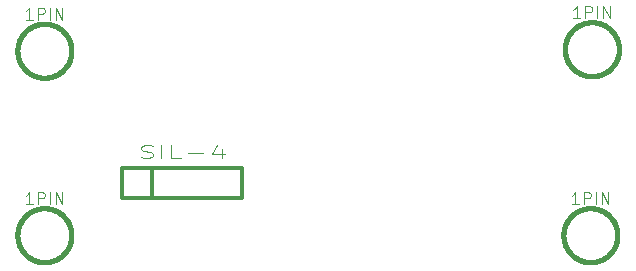
<source format=gto>
G04 ( created by brdgerber.py ( brdgerber.py v0.1 2014-03-12 ) ) date 2020-04-13 11:59:20 EDT*
G04 Gerber Fmt 3.4, Leading zero omitted, Abs format*
%MOIN*%
%FSLAX34Y34*%
G01*
G70*
G90*
G04 APERTURE LIST*
%ADD12R,0.0550X0.0550*%
%ADD15C,0.1600*%
%ADD14C,0.0120*%
%ADD11C,0.0000*%
%ADD10C,0.0787*%
%ADD16C,0.0150*%
%ADD13C,0.0550*%
%ADD17C,0.0200*%
G04 APERTURE END LIST*
G54D12*
D14*
G01X-06100Y00150D02*
G01X-06100Y00150D01*
D14*
G01X-06100Y-00850D02*
G01X-06100Y00150D01*
D14*
G01X-06100Y00150D02*
G01X-06100Y00150D01*
D14*
G01X-06100Y00150D02*
G01X-02100Y00150D01*
D14*
G01X-02100Y00150D02*
G01X-02100Y-00850D01*
D14*
G01X-02100Y-00850D02*
G01X-06100Y-00850D01*
D14*
G01X-05100Y-00850D02*
G01X-05100Y00150D01*
D11*
G01X-05482Y00497D02*
G01X-05385Y00477D01*
G01X-05222Y00477D01*
G01X-05157Y00497D01*
G01X-05124Y00518D01*
G01X-05092Y00558D01*
G01X-05092Y00599D01*
G01X-05124Y00640D01*
G01X-05157Y00660D01*
G01X-05222Y00681D01*
G01X-05352Y00701D01*
G01X-05417Y00721D01*
G01X-05450Y00742D01*
G01X-05482Y00782D01*
G01X-05482Y00823D01*
G01X-05450Y00864D01*
G01X-05417Y00884D01*
G01X-05352Y00905D01*
G01X-05190Y00905D01*
G01X-05092Y00884D01*
D11*
G01X-04799Y00477D02*
G01X-04799Y00905D01*
D11*
G01X-04149Y00477D02*
G01X-04474Y00477D01*
G01X-04474Y00905D01*
D11*
G01X-03921Y00640D02*
G01X-03401Y00640D01*
D11*
G01X-02783Y00762D02*
G01X-02783Y00477D01*
D11*
G01X-02945Y00925D02*
G01X-03108Y00619D01*
G01X-02685Y00619D01*
D16*
G01X-07800Y04050D02*
G01X-07800Y04050D01*
G01X-07800Y04072D01*
G01X-07801Y04094D01*
G01X-07802Y04116D01*
G01X-07804Y04138D01*
G01X-07807Y04160D01*
G01X-07810Y04182D01*
G01X-07813Y04204D01*
G01X-07817Y04226D01*
G01X-07822Y04247D01*
G01X-07827Y04269D01*
G01X-07833Y04290D01*
G01X-07839Y04311D01*
G01X-07845Y04332D01*
G01X-07853Y04353D01*
G01X-07860Y04374D01*
G01X-07869Y04394D01*
G01X-07877Y04415D01*
G01X-07886Y04435D01*
G01X-07896Y04455D01*
G01X-07906Y04474D01*
G01X-07917Y04494D01*
G01X-07928Y04513D01*
G01X-07940Y04531D01*
G01X-07952Y04550D01*
G01X-07964Y04568D01*
G01X-07977Y04586D01*
G01X-07990Y04604D01*
G01X-08004Y04621D01*
G01X-08019Y04638D01*
G01X-08033Y04654D01*
G01X-08048Y04671D01*
G01X-08064Y04686D01*
G01X-08079Y04702D01*
G01X-08096Y04717D01*
G01X-08112Y04731D01*
G01X-08129Y04746D01*
G01X-08146Y04760D01*
G01X-08164Y04773D01*
G01X-08182Y04786D01*
G01X-08200Y04798D01*
G01X-08219Y04810D01*
G01X-08237Y04822D01*
G01X-08256Y04833D01*
G01X-08276Y04844D01*
G01X-08295Y04854D01*
G01X-08315Y04864D01*
G01X-08335Y04873D01*
G01X-08356Y04881D01*
G01X-08376Y04890D01*
G01X-08397Y04897D01*
G01X-08418Y04905D01*
G01X-08439Y04911D01*
G01X-08460Y04917D01*
G01X-08481Y04923D01*
G01X-08503Y04928D01*
G01X-08524Y04933D01*
G01X-08546Y04937D01*
G01X-08568Y04940D01*
G01X-08590Y04943D01*
G01X-08612Y04946D01*
G01X-08634Y04948D01*
G01X-08656Y04949D01*
G01X-08678Y04950D01*
G01X-08700Y04950D01*
G01X-08722Y04950D01*
G01X-08744Y04949D01*
G01X-08766Y04948D01*
G01X-08788Y04946D01*
G01X-08810Y04943D01*
G01X-08832Y04940D01*
G01X-08854Y04937D01*
G01X-08876Y04933D01*
G01X-08897Y04928D01*
G01X-08919Y04923D01*
G01X-08940Y04917D01*
G01X-08961Y04911D01*
G01X-08982Y04905D01*
G01X-09003Y04897D01*
G01X-09024Y04890D01*
G01X-09044Y04881D01*
G01X-09065Y04873D01*
G01X-09085Y04864D01*
G01X-09105Y04854D01*
G01X-09124Y04844D01*
G01X-09144Y04833D01*
G01X-09163Y04822D01*
G01X-09181Y04810D01*
G01X-09200Y04798D01*
G01X-09218Y04786D01*
G01X-09236Y04773D01*
G01X-09254Y04760D01*
G01X-09271Y04746D01*
G01X-09288Y04731D01*
G01X-09304Y04717D01*
G01X-09321Y04702D01*
G01X-09336Y04686D01*
G01X-09352Y04671D01*
G01X-09367Y04654D01*
G01X-09381Y04638D01*
G01X-09396Y04621D01*
G01X-09410Y04604D01*
G01X-09423Y04586D01*
G01X-09436Y04568D01*
G01X-09448Y04550D01*
G01X-09460Y04531D01*
G01X-09472Y04513D01*
G01X-09483Y04494D01*
G01X-09494Y04474D01*
G01X-09504Y04455D01*
G01X-09514Y04435D01*
G01X-09523Y04415D01*
G01X-09531Y04394D01*
G01X-09540Y04374D01*
G01X-09547Y04353D01*
G01X-09555Y04332D01*
G01X-09561Y04311D01*
G01X-09567Y04290D01*
G01X-09573Y04269D01*
G01X-09578Y04247D01*
G01X-09583Y04226D01*
G01X-09587Y04204D01*
G01X-09590Y04182D01*
G01X-09593Y04160D01*
G01X-09596Y04138D01*
G01X-09598Y04116D01*
G01X-09599Y04094D01*
G01X-09600Y04072D01*
G01X-09600Y04050D01*
G01X-09600Y04028D01*
G01X-09599Y04006D01*
G01X-09598Y03984D01*
G01X-09596Y03962D01*
G01X-09593Y03940D01*
G01X-09590Y03918D01*
G01X-09587Y03896D01*
G01X-09583Y03874D01*
G01X-09578Y03853D01*
G01X-09573Y03831D01*
G01X-09567Y03810D01*
G01X-09561Y03789D01*
G01X-09555Y03768D01*
G01X-09547Y03747D01*
G01X-09540Y03726D01*
G01X-09531Y03706D01*
G01X-09523Y03685D01*
G01X-09514Y03665D01*
G01X-09504Y03645D01*
G01X-09494Y03626D01*
G01X-09483Y03606D01*
G01X-09472Y03587D01*
G01X-09460Y03569D01*
G01X-09448Y03550D01*
G01X-09436Y03532D01*
G01X-09423Y03514D01*
G01X-09410Y03496D01*
G01X-09396Y03479D01*
G01X-09381Y03462D01*
G01X-09367Y03446D01*
G01X-09352Y03429D01*
G01X-09336Y03414D01*
G01X-09321Y03398D01*
G01X-09304Y03383D01*
G01X-09288Y03369D01*
G01X-09271Y03354D01*
G01X-09254Y03340D01*
G01X-09236Y03327D01*
G01X-09218Y03314D01*
G01X-09200Y03302D01*
G01X-09181Y03290D01*
G01X-09163Y03278D01*
G01X-09144Y03267D01*
G01X-09124Y03256D01*
G01X-09105Y03246D01*
G01X-09085Y03236D01*
G01X-09065Y03227D01*
G01X-09044Y03219D01*
G01X-09024Y03210D01*
G01X-09003Y03203D01*
G01X-08982Y03195D01*
G01X-08961Y03189D01*
G01X-08940Y03183D01*
G01X-08919Y03177D01*
G01X-08897Y03172D01*
G01X-08876Y03167D01*
G01X-08854Y03163D01*
G01X-08832Y03160D01*
G01X-08810Y03157D01*
G01X-08788Y03154D01*
G01X-08766Y03152D01*
G01X-08744Y03151D01*
G01X-08722Y03150D01*
G01X-08700Y03150D01*
G01X-08678Y03150D01*
G01X-08656Y03151D01*
G01X-08634Y03152D01*
G01X-08612Y03154D01*
G01X-08590Y03157D01*
G01X-08568Y03160D01*
G01X-08546Y03163D01*
G01X-08524Y03167D01*
G01X-08503Y03172D01*
G01X-08481Y03177D01*
G01X-08460Y03183D01*
G01X-08439Y03189D01*
G01X-08418Y03195D01*
G01X-08397Y03203D01*
G01X-08376Y03210D01*
G01X-08356Y03219D01*
G01X-08335Y03227D01*
G01X-08315Y03236D01*
G01X-08295Y03246D01*
G01X-08276Y03256D01*
G01X-08256Y03267D01*
G01X-08237Y03278D01*
G01X-08219Y03290D01*
G01X-08200Y03302D01*
G01X-08182Y03314D01*
G01X-08164Y03327D01*
G01X-08146Y03340D01*
G01X-08129Y03354D01*
G01X-08112Y03369D01*
G01X-08096Y03383D01*
G01X-08079Y03398D01*
G01X-08064Y03414D01*
G01X-08048Y03429D01*
G01X-08033Y03446D01*
G01X-08019Y03462D01*
G01X-08004Y03479D01*
G01X-07990Y03496D01*
G01X-07977Y03514D01*
G01X-07964Y03532D01*
G01X-07952Y03550D01*
G01X-07940Y03569D01*
G01X-07928Y03587D01*
G01X-07917Y03606D01*
G01X-07906Y03626D01*
G01X-07896Y03645D01*
G01X-07886Y03665D01*
G01X-07877Y03685D01*
G01X-07869Y03706D01*
G01X-07860Y03726D01*
G01X-07853Y03747D01*
G01X-07845Y03768D01*
G01X-07839Y03789D01*
G01X-07833Y03810D01*
G01X-07827Y03831D01*
G01X-07822Y03853D01*
G01X-07817Y03874D01*
G01X-07813Y03896D01*
G01X-07810Y03918D01*
G01X-07807Y03940D01*
G01X-07804Y03962D01*
G01X-07802Y03984D01*
G01X-07801Y04006D01*
G01X-07800Y04028D01*
G01X-07800Y04050D01*
D11*
G01X-09090Y05088D02*
G01X-09319Y05088D01*
D11*
G01X-09205Y05088D02*
G01X-09205Y05488D01*
G01X-09243Y05431D01*
G01X-09281Y05393D01*
G01X-09319Y05374D01*
D11*
G01X-08919Y05088D02*
G01X-08919Y05488D01*
G01X-08767Y05488D01*
G01X-08729Y05469D01*
G01X-08710Y05450D01*
G01X-08690Y05412D01*
G01X-08690Y05355D01*
G01X-08710Y05317D01*
G01X-08729Y05298D01*
G01X-08767Y05279D01*
G01X-08919Y05279D01*
D11*
G01X-08519Y05088D02*
G01X-08519Y05488D01*
D11*
G01X-08329Y05088D02*
G01X-08329Y05488D01*
G01X-08100Y05088D01*
G01X-08100Y05488D01*
D16*
G01X10450Y04100D02*
G01X10450Y04100D01*
G01X10450Y04122D01*
G01X10449Y04144D01*
G01X10448Y04166D01*
G01X10446Y04188D01*
G01X10443Y04210D01*
G01X10440Y04232D01*
G01X10437Y04254D01*
G01X10433Y04276D01*
G01X10428Y04297D01*
G01X10423Y04319D01*
G01X10417Y04340D01*
G01X10411Y04361D01*
G01X10405Y04382D01*
G01X10397Y04403D01*
G01X10390Y04424D01*
G01X10381Y04444D01*
G01X10373Y04465D01*
G01X10364Y04485D01*
G01X10354Y04505D01*
G01X10344Y04524D01*
G01X10333Y04544D01*
G01X10322Y04563D01*
G01X10310Y04581D01*
G01X10298Y04600D01*
G01X10286Y04618D01*
G01X10273Y04636D01*
G01X10260Y04654D01*
G01X10246Y04671D01*
G01X10231Y04688D01*
G01X10217Y04704D01*
G01X10202Y04721D01*
G01X10186Y04736D01*
G01X10171Y04752D01*
G01X10154Y04767D01*
G01X10138Y04781D01*
G01X10121Y04796D01*
G01X10104Y04810D01*
G01X10086Y04823D01*
G01X10068Y04836D01*
G01X10050Y04848D01*
G01X10031Y04860D01*
G01X10013Y04872D01*
G01X09994Y04883D01*
G01X09974Y04894D01*
G01X09955Y04904D01*
G01X09935Y04914D01*
G01X09915Y04923D01*
G01X09894Y04931D01*
G01X09874Y04940D01*
G01X09853Y04947D01*
G01X09832Y04955D01*
G01X09811Y04961D01*
G01X09790Y04967D01*
G01X09769Y04973D01*
G01X09747Y04978D01*
G01X09726Y04983D01*
G01X09704Y04987D01*
G01X09682Y04990D01*
G01X09660Y04993D01*
G01X09638Y04996D01*
G01X09616Y04998D01*
G01X09594Y04999D01*
G01X09572Y05000D01*
G01X09550Y05000D01*
G01X09528Y05000D01*
G01X09506Y04999D01*
G01X09484Y04998D01*
G01X09462Y04996D01*
G01X09440Y04993D01*
G01X09418Y04990D01*
G01X09396Y04987D01*
G01X09374Y04983D01*
G01X09353Y04978D01*
G01X09331Y04973D01*
G01X09310Y04967D01*
G01X09289Y04961D01*
G01X09268Y04955D01*
G01X09247Y04947D01*
G01X09226Y04940D01*
G01X09206Y04931D01*
G01X09185Y04923D01*
G01X09165Y04914D01*
G01X09145Y04904D01*
G01X09126Y04894D01*
G01X09106Y04883D01*
G01X09087Y04872D01*
G01X09069Y04860D01*
G01X09050Y04848D01*
G01X09032Y04836D01*
G01X09014Y04823D01*
G01X08996Y04810D01*
G01X08979Y04796D01*
G01X08962Y04781D01*
G01X08946Y04767D01*
G01X08929Y04752D01*
G01X08914Y04736D01*
G01X08898Y04721D01*
G01X08883Y04704D01*
G01X08869Y04688D01*
G01X08854Y04671D01*
G01X08840Y04654D01*
G01X08827Y04636D01*
G01X08814Y04618D01*
G01X08802Y04600D01*
G01X08790Y04581D01*
G01X08778Y04563D01*
G01X08767Y04544D01*
G01X08756Y04524D01*
G01X08746Y04505D01*
G01X08736Y04485D01*
G01X08727Y04465D01*
G01X08719Y04444D01*
G01X08710Y04424D01*
G01X08703Y04403D01*
G01X08695Y04382D01*
G01X08689Y04361D01*
G01X08683Y04340D01*
G01X08677Y04319D01*
G01X08672Y04297D01*
G01X08667Y04276D01*
G01X08663Y04254D01*
G01X08660Y04232D01*
G01X08657Y04210D01*
G01X08654Y04188D01*
G01X08652Y04166D01*
G01X08651Y04144D01*
G01X08650Y04122D01*
G01X08650Y04100D01*
G01X08650Y04078D01*
G01X08651Y04056D01*
G01X08652Y04034D01*
G01X08654Y04012D01*
G01X08657Y03990D01*
G01X08660Y03968D01*
G01X08663Y03946D01*
G01X08667Y03924D01*
G01X08672Y03903D01*
G01X08677Y03881D01*
G01X08683Y03860D01*
G01X08689Y03839D01*
G01X08695Y03818D01*
G01X08703Y03797D01*
G01X08710Y03776D01*
G01X08719Y03756D01*
G01X08727Y03735D01*
G01X08736Y03715D01*
G01X08746Y03695D01*
G01X08756Y03676D01*
G01X08767Y03656D01*
G01X08778Y03637D01*
G01X08790Y03619D01*
G01X08802Y03600D01*
G01X08814Y03582D01*
G01X08827Y03564D01*
G01X08840Y03546D01*
G01X08854Y03529D01*
G01X08869Y03512D01*
G01X08883Y03496D01*
G01X08898Y03479D01*
G01X08914Y03464D01*
G01X08929Y03448D01*
G01X08946Y03433D01*
G01X08962Y03419D01*
G01X08979Y03404D01*
G01X08996Y03390D01*
G01X09014Y03377D01*
G01X09032Y03364D01*
G01X09050Y03352D01*
G01X09069Y03340D01*
G01X09087Y03328D01*
G01X09106Y03317D01*
G01X09126Y03306D01*
G01X09145Y03296D01*
G01X09165Y03286D01*
G01X09185Y03277D01*
G01X09206Y03269D01*
G01X09226Y03260D01*
G01X09247Y03253D01*
G01X09268Y03245D01*
G01X09289Y03239D01*
G01X09310Y03233D01*
G01X09331Y03227D01*
G01X09353Y03222D01*
G01X09374Y03217D01*
G01X09396Y03213D01*
G01X09418Y03210D01*
G01X09440Y03207D01*
G01X09462Y03204D01*
G01X09484Y03202D01*
G01X09506Y03201D01*
G01X09528Y03200D01*
G01X09550Y03200D01*
G01X09572Y03200D01*
G01X09594Y03201D01*
G01X09616Y03202D01*
G01X09638Y03204D01*
G01X09660Y03207D01*
G01X09682Y03210D01*
G01X09704Y03213D01*
G01X09726Y03217D01*
G01X09747Y03222D01*
G01X09769Y03227D01*
G01X09790Y03233D01*
G01X09811Y03239D01*
G01X09832Y03245D01*
G01X09853Y03253D01*
G01X09874Y03260D01*
G01X09894Y03269D01*
G01X09915Y03277D01*
G01X09935Y03286D01*
G01X09955Y03296D01*
G01X09974Y03306D01*
G01X09994Y03317D01*
G01X10013Y03328D01*
G01X10031Y03340D01*
G01X10050Y03352D01*
G01X10068Y03364D01*
G01X10086Y03377D01*
G01X10104Y03390D01*
G01X10121Y03404D01*
G01X10138Y03419D01*
G01X10154Y03433D01*
G01X10171Y03448D01*
G01X10186Y03464D01*
G01X10202Y03479D01*
G01X10217Y03496D01*
G01X10231Y03512D01*
G01X10246Y03529D01*
G01X10260Y03546D01*
G01X10273Y03564D01*
G01X10286Y03582D01*
G01X10298Y03600D01*
G01X10310Y03619D01*
G01X10322Y03637D01*
G01X10333Y03656D01*
G01X10344Y03676D01*
G01X10354Y03695D01*
G01X10364Y03715D01*
G01X10373Y03735D01*
G01X10381Y03756D01*
G01X10390Y03776D01*
G01X10397Y03797D01*
G01X10405Y03818D01*
G01X10411Y03839D01*
G01X10417Y03860D01*
G01X10423Y03881D01*
G01X10428Y03903D01*
G01X10433Y03924D01*
G01X10437Y03946D01*
G01X10440Y03968D01*
G01X10443Y03990D01*
G01X10446Y04012D01*
G01X10448Y04034D01*
G01X10449Y04056D01*
G01X10450Y04078D01*
G01X10450Y04100D01*
D11*
G01X09160Y05138D02*
G01X08931Y05138D01*
D11*
G01X09045Y05138D02*
G01X09045Y05538D01*
G01X09007Y05481D01*
G01X08969Y05443D01*
G01X08931Y05424D01*
D11*
G01X09331Y05138D02*
G01X09331Y05538D01*
G01X09483Y05538D01*
G01X09521Y05519D01*
G01X09540Y05500D01*
G01X09560Y05462D01*
G01X09560Y05405D01*
G01X09540Y05367D01*
G01X09521Y05348D01*
G01X09483Y05329D01*
G01X09331Y05329D01*
D11*
G01X09731Y05138D02*
G01X09731Y05538D01*
D11*
G01X09921Y05138D02*
G01X09921Y05538D01*
G01X10150Y05138D01*
G01X10150Y05538D01*
D16*
G01X-07800Y-02100D02*
G01X-07800Y-02100D01*
G01X-07800Y-02078D01*
G01X-07801Y-02056D01*
G01X-07802Y-02034D01*
G01X-07804Y-02012D01*
G01X-07807Y-01990D01*
G01X-07810Y-01968D01*
G01X-07813Y-01946D01*
G01X-07817Y-01924D01*
G01X-07822Y-01903D01*
G01X-07827Y-01881D01*
G01X-07833Y-01860D01*
G01X-07839Y-01839D01*
G01X-07845Y-01818D01*
G01X-07853Y-01797D01*
G01X-07860Y-01776D01*
G01X-07869Y-01756D01*
G01X-07877Y-01735D01*
G01X-07886Y-01715D01*
G01X-07896Y-01695D01*
G01X-07906Y-01676D01*
G01X-07917Y-01656D01*
G01X-07928Y-01637D01*
G01X-07940Y-01619D01*
G01X-07952Y-01600D01*
G01X-07964Y-01582D01*
G01X-07977Y-01564D01*
G01X-07990Y-01546D01*
G01X-08004Y-01529D01*
G01X-08019Y-01512D01*
G01X-08033Y-01496D01*
G01X-08048Y-01479D01*
G01X-08064Y-01464D01*
G01X-08079Y-01448D01*
G01X-08096Y-01433D01*
G01X-08112Y-01419D01*
G01X-08129Y-01404D01*
G01X-08146Y-01390D01*
G01X-08164Y-01377D01*
G01X-08182Y-01364D01*
G01X-08200Y-01352D01*
G01X-08219Y-01340D01*
G01X-08237Y-01328D01*
G01X-08256Y-01317D01*
G01X-08276Y-01306D01*
G01X-08295Y-01296D01*
G01X-08315Y-01286D01*
G01X-08335Y-01277D01*
G01X-08356Y-01269D01*
G01X-08376Y-01260D01*
G01X-08397Y-01253D01*
G01X-08418Y-01245D01*
G01X-08439Y-01239D01*
G01X-08460Y-01233D01*
G01X-08481Y-01227D01*
G01X-08503Y-01222D01*
G01X-08524Y-01217D01*
G01X-08546Y-01213D01*
G01X-08568Y-01210D01*
G01X-08590Y-01207D01*
G01X-08612Y-01204D01*
G01X-08634Y-01202D01*
G01X-08656Y-01201D01*
G01X-08678Y-01200D01*
G01X-08700Y-01200D01*
G01X-08722Y-01200D01*
G01X-08744Y-01201D01*
G01X-08766Y-01202D01*
G01X-08788Y-01204D01*
G01X-08810Y-01207D01*
G01X-08832Y-01210D01*
G01X-08854Y-01213D01*
G01X-08876Y-01217D01*
G01X-08897Y-01222D01*
G01X-08919Y-01227D01*
G01X-08940Y-01233D01*
G01X-08961Y-01239D01*
G01X-08982Y-01245D01*
G01X-09003Y-01253D01*
G01X-09024Y-01260D01*
G01X-09044Y-01269D01*
G01X-09065Y-01277D01*
G01X-09085Y-01286D01*
G01X-09105Y-01296D01*
G01X-09124Y-01306D01*
G01X-09144Y-01317D01*
G01X-09163Y-01328D01*
G01X-09181Y-01340D01*
G01X-09200Y-01352D01*
G01X-09218Y-01364D01*
G01X-09236Y-01377D01*
G01X-09254Y-01390D01*
G01X-09271Y-01404D01*
G01X-09288Y-01419D01*
G01X-09304Y-01433D01*
G01X-09321Y-01448D01*
G01X-09336Y-01464D01*
G01X-09352Y-01479D01*
G01X-09367Y-01496D01*
G01X-09381Y-01512D01*
G01X-09396Y-01529D01*
G01X-09410Y-01546D01*
G01X-09423Y-01564D01*
G01X-09436Y-01582D01*
G01X-09448Y-01600D01*
G01X-09460Y-01619D01*
G01X-09472Y-01637D01*
G01X-09483Y-01656D01*
G01X-09494Y-01676D01*
G01X-09504Y-01695D01*
G01X-09514Y-01715D01*
G01X-09523Y-01735D01*
G01X-09531Y-01756D01*
G01X-09540Y-01776D01*
G01X-09547Y-01797D01*
G01X-09555Y-01818D01*
G01X-09561Y-01839D01*
G01X-09567Y-01860D01*
G01X-09573Y-01881D01*
G01X-09578Y-01903D01*
G01X-09583Y-01924D01*
G01X-09587Y-01946D01*
G01X-09590Y-01968D01*
G01X-09593Y-01990D01*
G01X-09596Y-02012D01*
G01X-09598Y-02034D01*
G01X-09599Y-02056D01*
G01X-09600Y-02078D01*
G01X-09600Y-02100D01*
G01X-09600Y-02122D01*
G01X-09599Y-02144D01*
G01X-09598Y-02166D01*
G01X-09596Y-02188D01*
G01X-09593Y-02210D01*
G01X-09590Y-02232D01*
G01X-09587Y-02254D01*
G01X-09583Y-02276D01*
G01X-09578Y-02297D01*
G01X-09573Y-02319D01*
G01X-09567Y-02340D01*
G01X-09561Y-02361D01*
G01X-09555Y-02382D01*
G01X-09547Y-02403D01*
G01X-09540Y-02424D01*
G01X-09531Y-02444D01*
G01X-09523Y-02465D01*
G01X-09514Y-02485D01*
G01X-09504Y-02505D01*
G01X-09494Y-02524D01*
G01X-09483Y-02544D01*
G01X-09472Y-02563D01*
G01X-09460Y-02581D01*
G01X-09448Y-02600D01*
G01X-09436Y-02618D01*
G01X-09423Y-02636D01*
G01X-09410Y-02654D01*
G01X-09396Y-02671D01*
G01X-09381Y-02688D01*
G01X-09367Y-02704D01*
G01X-09352Y-02721D01*
G01X-09336Y-02736D01*
G01X-09321Y-02752D01*
G01X-09304Y-02767D01*
G01X-09288Y-02781D01*
G01X-09271Y-02796D01*
G01X-09254Y-02810D01*
G01X-09236Y-02823D01*
G01X-09218Y-02836D01*
G01X-09200Y-02848D01*
G01X-09181Y-02860D01*
G01X-09163Y-02872D01*
G01X-09144Y-02883D01*
G01X-09124Y-02894D01*
G01X-09105Y-02904D01*
G01X-09085Y-02914D01*
G01X-09065Y-02923D01*
G01X-09044Y-02931D01*
G01X-09024Y-02940D01*
G01X-09003Y-02947D01*
G01X-08982Y-02955D01*
G01X-08961Y-02961D01*
G01X-08940Y-02967D01*
G01X-08919Y-02973D01*
G01X-08897Y-02978D01*
G01X-08876Y-02983D01*
G01X-08854Y-02987D01*
G01X-08832Y-02990D01*
G01X-08810Y-02993D01*
G01X-08788Y-02996D01*
G01X-08766Y-02998D01*
G01X-08744Y-02999D01*
G01X-08722Y-03000D01*
G01X-08700Y-03000D01*
G01X-08678Y-03000D01*
G01X-08656Y-02999D01*
G01X-08634Y-02998D01*
G01X-08612Y-02996D01*
G01X-08590Y-02993D01*
G01X-08568Y-02990D01*
G01X-08546Y-02987D01*
G01X-08524Y-02983D01*
G01X-08503Y-02978D01*
G01X-08481Y-02973D01*
G01X-08460Y-02967D01*
G01X-08439Y-02961D01*
G01X-08418Y-02955D01*
G01X-08397Y-02947D01*
G01X-08376Y-02940D01*
G01X-08356Y-02931D01*
G01X-08335Y-02923D01*
G01X-08315Y-02914D01*
G01X-08295Y-02904D01*
G01X-08276Y-02894D01*
G01X-08256Y-02883D01*
G01X-08237Y-02872D01*
G01X-08219Y-02860D01*
G01X-08200Y-02848D01*
G01X-08182Y-02836D01*
G01X-08164Y-02823D01*
G01X-08146Y-02810D01*
G01X-08129Y-02796D01*
G01X-08112Y-02781D01*
G01X-08096Y-02767D01*
G01X-08079Y-02752D01*
G01X-08064Y-02736D01*
G01X-08048Y-02721D01*
G01X-08033Y-02704D01*
G01X-08019Y-02688D01*
G01X-08004Y-02671D01*
G01X-07990Y-02654D01*
G01X-07977Y-02636D01*
G01X-07964Y-02618D01*
G01X-07952Y-02600D01*
G01X-07940Y-02581D01*
G01X-07928Y-02563D01*
G01X-07917Y-02544D01*
G01X-07906Y-02524D01*
G01X-07896Y-02505D01*
G01X-07886Y-02485D01*
G01X-07877Y-02465D01*
G01X-07869Y-02444D01*
G01X-07860Y-02424D01*
G01X-07853Y-02403D01*
G01X-07845Y-02382D01*
G01X-07839Y-02361D01*
G01X-07833Y-02340D01*
G01X-07827Y-02319D01*
G01X-07822Y-02297D01*
G01X-07817Y-02276D01*
G01X-07813Y-02254D01*
G01X-07810Y-02232D01*
G01X-07807Y-02210D01*
G01X-07804Y-02188D01*
G01X-07802Y-02166D01*
G01X-07801Y-02144D01*
G01X-07800Y-02122D01*
G01X-07800Y-02100D01*
D11*
G01X-09090Y-01062D02*
G01X-09319Y-01062D01*
D11*
G01X-09205Y-01062D02*
G01X-09205Y-00662D01*
G01X-09243Y-00719D01*
G01X-09281Y-00757D01*
G01X-09319Y-00776D01*
D11*
G01X-08919Y-01062D02*
G01X-08919Y-00662D01*
G01X-08767Y-00662D01*
G01X-08729Y-00681D01*
G01X-08710Y-00700D01*
G01X-08690Y-00738D01*
G01X-08690Y-00795D01*
G01X-08710Y-00833D01*
G01X-08729Y-00852D01*
G01X-08767Y-00871D01*
G01X-08919Y-00871D01*
D11*
G01X-08519Y-01062D02*
G01X-08519Y-00662D01*
D11*
G01X-08329Y-01062D02*
G01X-08329Y-00662D01*
G01X-08100Y-01062D01*
G01X-08100Y-00662D01*
D16*
G01X10400Y-02100D02*
G01X10400Y-02100D01*
G01X10400Y-02078D01*
G01X10399Y-02056D01*
G01X10398Y-02034D01*
G01X10396Y-02012D01*
G01X10393Y-01990D01*
G01X10390Y-01968D01*
G01X10387Y-01946D01*
G01X10383Y-01924D01*
G01X10378Y-01903D01*
G01X10373Y-01881D01*
G01X10367Y-01860D01*
G01X10361Y-01839D01*
G01X10355Y-01818D01*
G01X10347Y-01797D01*
G01X10340Y-01776D01*
G01X10331Y-01756D01*
G01X10323Y-01735D01*
G01X10314Y-01715D01*
G01X10304Y-01695D01*
G01X10294Y-01676D01*
G01X10283Y-01656D01*
G01X10272Y-01637D01*
G01X10260Y-01619D01*
G01X10248Y-01600D01*
G01X10236Y-01582D01*
G01X10223Y-01564D01*
G01X10210Y-01546D01*
G01X10196Y-01529D01*
G01X10181Y-01512D01*
G01X10167Y-01496D01*
G01X10152Y-01479D01*
G01X10136Y-01464D01*
G01X10121Y-01448D01*
G01X10104Y-01433D01*
G01X10088Y-01419D01*
G01X10071Y-01404D01*
G01X10054Y-01390D01*
G01X10036Y-01377D01*
G01X10018Y-01364D01*
G01X10000Y-01352D01*
G01X09981Y-01340D01*
G01X09963Y-01328D01*
G01X09944Y-01317D01*
G01X09924Y-01306D01*
G01X09905Y-01296D01*
G01X09885Y-01286D01*
G01X09865Y-01277D01*
G01X09844Y-01269D01*
G01X09824Y-01260D01*
G01X09803Y-01253D01*
G01X09782Y-01245D01*
G01X09761Y-01239D01*
G01X09740Y-01233D01*
G01X09719Y-01227D01*
G01X09697Y-01222D01*
G01X09676Y-01217D01*
G01X09654Y-01213D01*
G01X09632Y-01210D01*
G01X09610Y-01207D01*
G01X09588Y-01204D01*
G01X09566Y-01202D01*
G01X09544Y-01201D01*
G01X09522Y-01200D01*
G01X09500Y-01200D01*
G01X09478Y-01200D01*
G01X09456Y-01201D01*
G01X09434Y-01202D01*
G01X09412Y-01204D01*
G01X09390Y-01207D01*
G01X09368Y-01210D01*
G01X09346Y-01213D01*
G01X09324Y-01217D01*
G01X09303Y-01222D01*
G01X09281Y-01227D01*
G01X09260Y-01233D01*
G01X09239Y-01239D01*
G01X09218Y-01245D01*
G01X09197Y-01253D01*
G01X09176Y-01260D01*
G01X09156Y-01269D01*
G01X09135Y-01277D01*
G01X09115Y-01286D01*
G01X09095Y-01296D01*
G01X09076Y-01306D01*
G01X09056Y-01317D01*
G01X09037Y-01328D01*
G01X09019Y-01340D01*
G01X09000Y-01352D01*
G01X08982Y-01364D01*
G01X08964Y-01377D01*
G01X08946Y-01390D01*
G01X08929Y-01404D01*
G01X08912Y-01419D01*
G01X08896Y-01433D01*
G01X08879Y-01448D01*
G01X08864Y-01464D01*
G01X08848Y-01479D01*
G01X08833Y-01496D01*
G01X08819Y-01512D01*
G01X08804Y-01529D01*
G01X08790Y-01546D01*
G01X08777Y-01564D01*
G01X08764Y-01582D01*
G01X08752Y-01600D01*
G01X08740Y-01619D01*
G01X08728Y-01637D01*
G01X08717Y-01656D01*
G01X08706Y-01676D01*
G01X08696Y-01695D01*
G01X08686Y-01715D01*
G01X08677Y-01735D01*
G01X08669Y-01756D01*
G01X08660Y-01776D01*
G01X08653Y-01797D01*
G01X08645Y-01818D01*
G01X08639Y-01839D01*
G01X08633Y-01860D01*
G01X08627Y-01881D01*
G01X08622Y-01903D01*
G01X08617Y-01924D01*
G01X08613Y-01946D01*
G01X08610Y-01968D01*
G01X08607Y-01990D01*
G01X08604Y-02012D01*
G01X08602Y-02034D01*
G01X08601Y-02056D01*
G01X08600Y-02078D01*
G01X08600Y-02100D01*
G01X08600Y-02122D01*
G01X08601Y-02144D01*
G01X08602Y-02166D01*
G01X08604Y-02188D01*
G01X08607Y-02210D01*
G01X08610Y-02232D01*
G01X08613Y-02254D01*
G01X08617Y-02276D01*
G01X08622Y-02297D01*
G01X08627Y-02319D01*
G01X08633Y-02340D01*
G01X08639Y-02361D01*
G01X08645Y-02382D01*
G01X08653Y-02403D01*
G01X08660Y-02424D01*
G01X08669Y-02444D01*
G01X08677Y-02465D01*
G01X08686Y-02485D01*
G01X08696Y-02505D01*
G01X08706Y-02524D01*
G01X08717Y-02544D01*
G01X08728Y-02563D01*
G01X08740Y-02581D01*
G01X08752Y-02600D01*
G01X08764Y-02618D01*
G01X08777Y-02636D01*
G01X08790Y-02654D01*
G01X08804Y-02671D01*
G01X08819Y-02688D01*
G01X08833Y-02704D01*
G01X08848Y-02721D01*
G01X08864Y-02736D01*
G01X08879Y-02752D01*
G01X08896Y-02767D01*
G01X08912Y-02781D01*
G01X08929Y-02796D01*
G01X08946Y-02810D01*
G01X08964Y-02823D01*
G01X08982Y-02836D01*
G01X09000Y-02848D01*
G01X09019Y-02860D01*
G01X09037Y-02872D01*
G01X09056Y-02883D01*
G01X09076Y-02894D01*
G01X09095Y-02904D01*
G01X09115Y-02914D01*
G01X09135Y-02923D01*
G01X09156Y-02931D01*
G01X09176Y-02940D01*
G01X09197Y-02947D01*
G01X09218Y-02955D01*
G01X09239Y-02961D01*
G01X09260Y-02967D01*
G01X09281Y-02973D01*
G01X09303Y-02978D01*
G01X09324Y-02983D01*
G01X09346Y-02987D01*
G01X09368Y-02990D01*
G01X09390Y-02993D01*
G01X09412Y-02996D01*
G01X09434Y-02998D01*
G01X09456Y-02999D01*
G01X09478Y-03000D01*
G01X09500Y-03000D01*
G01X09522Y-03000D01*
G01X09544Y-02999D01*
G01X09566Y-02998D01*
G01X09588Y-02996D01*
G01X09610Y-02993D01*
G01X09632Y-02990D01*
G01X09654Y-02987D01*
G01X09676Y-02983D01*
G01X09697Y-02978D01*
G01X09719Y-02973D01*
G01X09740Y-02967D01*
G01X09761Y-02961D01*
G01X09782Y-02955D01*
G01X09803Y-02947D01*
G01X09824Y-02940D01*
G01X09844Y-02931D01*
G01X09865Y-02923D01*
G01X09885Y-02914D01*
G01X09905Y-02904D01*
G01X09924Y-02894D01*
G01X09944Y-02883D01*
G01X09963Y-02872D01*
G01X09981Y-02860D01*
G01X10000Y-02848D01*
G01X10018Y-02836D01*
G01X10036Y-02823D01*
G01X10054Y-02810D01*
G01X10071Y-02796D01*
G01X10088Y-02781D01*
G01X10104Y-02767D01*
G01X10121Y-02752D01*
G01X10136Y-02736D01*
G01X10152Y-02721D01*
G01X10167Y-02704D01*
G01X10181Y-02688D01*
G01X10196Y-02671D01*
G01X10210Y-02654D01*
G01X10223Y-02636D01*
G01X10236Y-02618D01*
G01X10248Y-02600D01*
G01X10260Y-02581D01*
G01X10272Y-02563D01*
G01X10283Y-02544D01*
G01X10294Y-02524D01*
G01X10304Y-02505D01*
G01X10314Y-02485D01*
G01X10323Y-02465D01*
G01X10331Y-02444D01*
G01X10340Y-02424D01*
G01X10347Y-02403D01*
G01X10355Y-02382D01*
G01X10361Y-02361D01*
G01X10367Y-02340D01*
G01X10373Y-02319D01*
G01X10378Y-02297D01*
G01X10383Y-02276D01*
G01X10387Y-02254D01*
G01X10390Y-02232D01*
G01X10393Y-02210D01*
G01X10396Y-02188D01*
G01X10398Y-02166D01*
G01X10399Y-02144D01*
G01X10400Y-02122D01*
G01X10400Y-02100D01*
D11*
G01X09110Y-01062D02*
G01X08881Y-01062D01*
D11*
G01X08995Y-01062D02*
G01X08995Y-00662D01*
G01X08957Y-00719D01*
G01X08919Y-00757D01*
G01X08881Y-00776D01*
D11*
G01X09281Y-01062D02*
G01X09281Y-00662D01*
G01X09433Y-00662D01*
G01X09471Y-00681D01*
G01X09490Y-00700D01*
G01X09510Y-00738D01*
G01X09510Y-00795D01*
G01X09490Y-00833D01*
G01X09471Y-00852D01*
G01X09433Y-00871D01*
G01X09281Y-00871D01*
D11*
G01X09681Y-01062D02*
G01X09681Y-00662D01*
D11*
G01X09871Y-01062D02*
G01X09871Y-00662D01*
G01X10100Y-01062D01*
G01X10100Y-00662D01*
M02*

</source>
